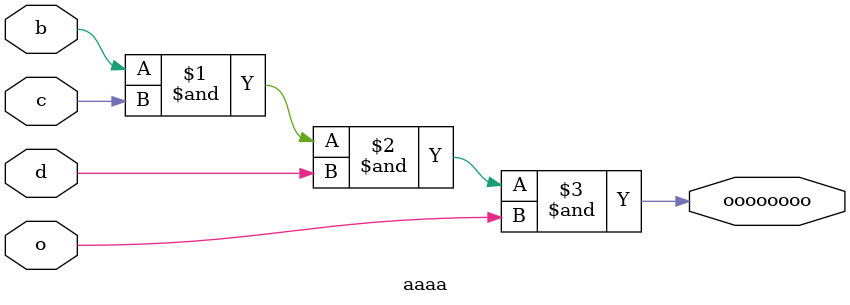
<source format=v>
module aaaa (b, c, d, o, oooooooo);
	input b, c, d, o;
	output oooooooo;

	and u1 (oooooooo, b, c, d, o);

endmodule

</source>
